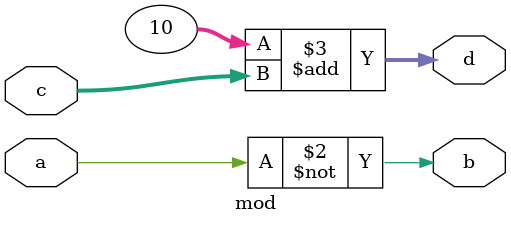
<source format=v>
module mod(a, b, c, d);
    input wire a;
    output reg b;
    always @*
        b = ~a;
    input wire [7:0] c;
    output wire [31:0] d;
    assign d = 10 + c;
endmodule

</source>
